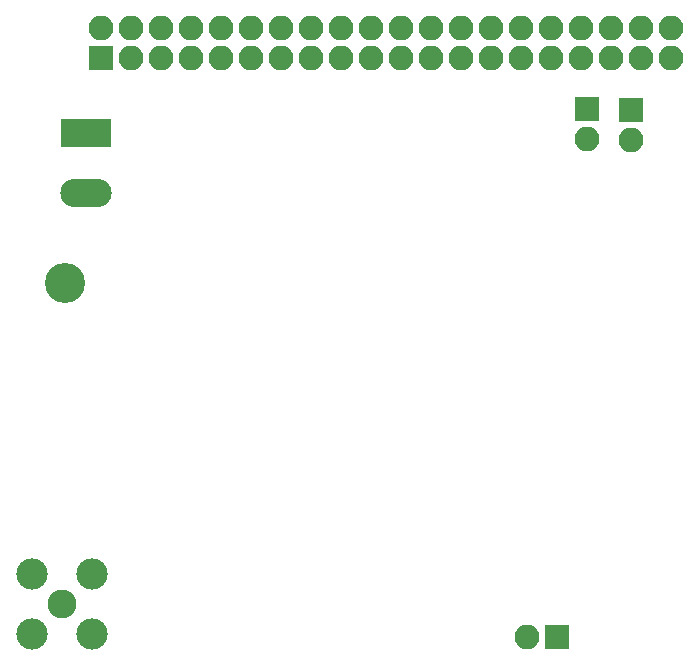
<source format=gbr>
G04 #@! TF.GenerationSoftware,KiCad,Pcbnew,(5.0.0)*
G04 #@! TF.CreationDate,2019-04-02T14:56:13-03:00*
G04 #@! TF.ProjectId,basic-hat,62617369632D6861742E6B696361645F,rev?*
G04 #@! TF.SameCoordinates,Original*
G04 #@! TF.FileFunction,Soldermask,Bot*
G04 #@! TF.FilePolarity,Negative*
%FSLAX46Y46*%
G04 Gerber Fmt 4.6, Leading zero omitted, Abs format (unit mm)*
G04 Created by KiCad (PCBNEW (5.0.0)) date 04/02/19 14:56:13*
%MOMM*%
%LPD*%
G01*
G04 APERTURE LIST*
%ADD10C,2.450000*%
%ADD11C,2.650000*%
%ADD12O,2.100000X2.100000*%
%ADD13R,2.100000X2.100000*%
%ADD14R,4.360000X2.380000*%
%ADD15O,4.360000X2.380000*%
%ADD16C,3.400000*%
G04 APERTURE END LIST*
D10*
G04 #@! TO.C,J1*
X45212000Y-71882000D03*
D11*
X47752000Y-74422000D03*
X47752000Y-69342000D03*
X42672000Y-69342000D03*
X42672000Y-74422000D03*
G04 #@! TD*
D12*
G04 #@! TO.C,J2*
X84582000Y-74676000D03*
D13*
X87122000Y-74676000D03*
G04 #@! TD*
G04 #@! TO.C,J3*
X93389001Y-30019001D03*
D12*
X93389001Y-32559001D03*
G04 #@! TD*
D13*
G04 #@! TO.C,J4*
X89662000Y-29972000D03*
D12*
X89662000Y-32512000D03*
G04 #@! TD*
D13*
G04 #@! TO.C,J5*
X48514000Y-25654000D03*
D12*
X48514000Y-23114000D03*
X51054000Y-25654000D03*
X51054000Y-23114000D03*
X53594000Y-25654000D03*
X53594000Y-23114000D03*
X56134000Y-25654000D03*
X56134000Y-23114000D03*
X58674000Y-25654000D03*
X58674000Y-23114000D03*
X61214000Y-25654000D03*
X61214000Y-23114000D03*
X63754000Y-25654000D03*
X63754000Y-23114000D03*
X66294000Y-25654000D03*
X66294000Y-23114000D03*
X68834000Y-25654000D03*
X68834000Y-23114000D03*
X71374000Y-25654000D03*
X71374000Y-23114000D03*
X73914000Y-25654000D03*
X73914000Y-23114000D03*
X76454000Y-25654000D03*
X76454000Y-23114000D03*
X78994000Y-25654000D03*
X78994000Y-23114000D03*
X81534000Y-25654000D03*
X81534000Y-23114000D03*
X84074000Y-25654000D03*
X84074000Y-23114000D03*
X86614000Y-25654000D03*
X86614000Y-23114000D03*
X89154000Y-25654000D03*
X89154000Y-23114000D03*
X91694000Y-25654000D03*
X91694000Y-23114000D03*
X94234000Y-25654000D03*
X94234000Y-23114000D03*
X96774000Y-25654000D03*
X96774000Y-23114000D03*
G04 #@! TD*
D14*
G04 #@! TO.C,J7*
X47244000Y-32004000D03*
D15*
X47244000Y-37004000D03*
G04 #@! TD*
D16*
G04 #@! TO.C,J8*
X45466000Y-44704000D03*
G04 #@! TD*
M02*

</source>
